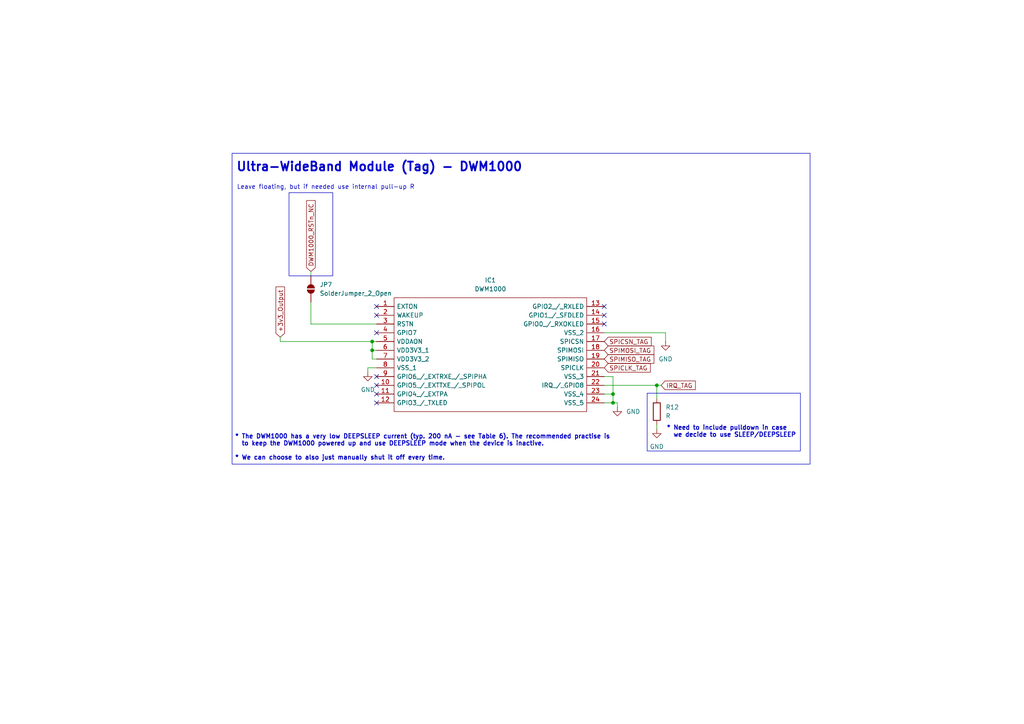
<source format=kicad_sch>
(kicad_sch (version 20231120) (generator "eeschema") (generator_version "8.0")
  (paper "A4")
  (lib_symbols
    (symbol "DWM1000_1" (pin_names (offset 0.762))
      (property "Reference" "IC" (at 62.23 7.62 0))
      (property "Value" "DWM1000" (at 62.23 5.08 0))
      (symbol "DWM1000_1_0_0"
        (pin passive line (at 0 0 0) (length 5.08) (name "EXTON") (number "1"))
        (pin passive line (at 0 -22.86 0) (length 5.08) (name "GPIO5_/_EXTTXE_/_SPIPOL") (number "10"))
        (pin passive line (at 0 -25.4 0) (length 5.08) (name "GPIO4_/_EXTPA") (number "11"))
        (pin passive line (at 0 -27.94 0) (length 5.08) (name "GPIO3_/_TXLED") (number "12"))
        (pin passive line (at 66.04 0 180) (length 5.08) (name "GPIO2_/_RXLED") (number "13"))
        (pin passive line (at 66.04 -2.54 180) (length 5.08) (name "GPIO1_/_SFDLED") (number "14"))
        (pin passive line (at 66.04 -5.08 180) (length 5.08) (name "GPIO0_/_RXOKLED") (number "15"))
        (pin passive line (at 66.04 -7.62 180) (length 5.08) (name "VSS_2") (number "16"))
        (pin passive line (at 66.04 -10.16 180) (length 5.08) (name "SPICSN") (number "17"))
        (pin passive line (at 66.04 -12.7 180) (length 5.08) (name "SPIMOSI") (number "18"))
        (pin passive line (at 66.04 -15.24 180) (length 5.08) (name "SPIMISO") (number "19"))
        (pin passive line (at 0 -2.54 0) (length 5.08) (name "WAKEUP") (number "2"))
        (pin passive line (at 66.04 -17.78 180) (length 5.08) (name "SPICLK") (number "20"))
        (pin passive line (at 66.04 -20.32 180) (length 5.08) (name "VSS_3") (number "21"))
        (pin passive line (at 66.04 -22.86 180) (length 5.08) (name "IRQ_/_GPIO8") (number "22"))
        (pin passive line (at 66.04 -25.4 180) (length 5.08) (name "VSS_4") (number "23"))
        (pin passive line (at 66.04 -27.94 180) (length 5.08) (name "VSS_5") (number "24"))
        (pin passive line (at 0 -5.08 0) (length 5.08) (name "RSTN") (number "3"))
        (pin passive line (at 0 -7.62 0) (length 5.08) (name "GPIO7") (number "4"))
        (pin passive line (at 0 -10.16 0) (length 5.08) (name "VDDAON") (number "5"))
        (pin passive line (at 0 -12.7 0) (length 5.08) (name "VDD3V3_1") (number "6"))
        (pin passive line (at 0 -15.24 0) (length 5.08) (name "VDD3V3_2") (number "7"))
        (pin passive line (at 0 -17.78 0) (length 5.08) (name "VSS_1") (number "8"))
        (pin passive line (at 0 -20.32 0) (length 5.08) (name "GPIO6_/_EXTRXE_/_SPIPHA") (number "9"))
      )
      (symbol "DWM1000_1_0_1"
        (polyline (pts (xy 5.08 2.54) (xy 60.96 2.54) (xy 60.96 -30.48) (xy 5.08 -30.48) (xy 5.08 2.54)) (stroke (width 0.1524)))
      )
    )
    (symbol "Device:R" (pin_numbers hide) (pin_names (offset 0))
      (property "Reference" "R" (at 2.032 0 90))
      (property "Value" "R" (at 0 0 90))
      (symbol "R_0_1"
        (rectangle (start -1.016 -2.54) (end 1.016 2.54) (stroke (width 0.254)))
      )
      (symbol "R_1_1"
        (pin passive line (at 0 3.81 270) (length 1.27) (name "~") (number "1"))
        (pin passive line (at 0 -3.81 90) (length 1.27) (name "~") (number "2"))
      )
    )
    (symbol "Jumper:SolderJumper_2_Open" (pin_numbers hide) (pin_names (offset 0) hide) (exclude_from_sim yes) (in_bom no)
      (property "Reference" "JP" (at 0 2.032 0))
      (property "Value" "SolderJumper_2_Open" (at 0 -2.54 0))
      (symbol "SolderJumper_2_Open_0_1"
        (arc (start -0.254 1.016) (mid -1.2656 0) (end -0.254 -1.016))
        (arc (start -0.254 1.016) (mid -1.2656 0) (end -0.254 -1.016) (fill (type outline)))
        (polyline (pts (xy -0.254 1.016) (xy -0.254 -1.016)))
        (polyline (pts (xy 0.254 1.016) (xy 0.254 -1.016)))
        (arc (start 0.254 -1.016) (mid 1.2656 0) (end 0.254 1.016))
        (arc (start 0.254 -1.016) (mid 1.2656 0) (end 0.254 1.016) (fill (type outline)))
      )
      (symbol "SolderJumper_2_Open_1_1"
        (pin passive line (at -3.81 0 0) (length 2.54) (name "A") (number "1"))
        (pin passive line (at 3.81 0 180) (length 2.54) (name "B") (number "2"))
      )
    )
    (symbol "power:GND" (power) (pin_numbers hide) (pin_names (offset 0) hide)
      (property "Value" "GND" (at 0 -3.81 0))
      (symbol "GND_0_1"
        (polyline (pts (xy 0 0) (xy 0 -1.27) (xy 1.27 -1.27) (xy 0 -2.54) (xy -1.27 -1.27) (xy 0 -1.27)))
      )
      (symbol "GND_1_1"
        (pin power_in line (at 0 0 270) (length 0) (name "~") (number "1"))
      )
    )
  )
  (junction (at 177.8 114.3))
  (junction (at 177.8 116.84))
  (junction (at 107.95 99.06))
  (junction (at 107.95 101.6))
  (junction (at 190.5 111.76))
  (no_connect (at 175.26 91.44))
  (no_connect (at 175.26 88.9))
  (no_connect (at 109.22 91.44))
  (no_connect (at 109.22 109.22))
  (no_connect (at 109.22 96.52))
  (no_connect (at 109.22 114.3))
  (no_connect (at 109.22 111.76))
  (no_connect (at 175.26 93.98))
  (no_connect (at 109.22 116.84))
  (no_connect (at 109.22 88.9))
  (wire (pts (xy 177.8 116.84) (xy 175.26 116.84)))
  (wire (pts (xy 107.95 99.06) (xy 107.95 101.6)))
  (wire (pts (xy 107.95 104.14) (xy 109.22 104.14)))
  (wire (pts (xy 179.07 116.84) (xy 177.8 116.84)))
  (wire (pts (xy 175.26 109.22) (xy 177.8 109.22)))
  (wire (pts (xy 109.22 93.98) (xy 90.17 93.98)))
  (wire (pts (xy 90.17 87.63) (xy 90.17 93.98)))
  (wire (pts (xy 177.8 114.3) (xy 177.8 116.84)))
  (wire (pts (xy 81.28 99.06) (xy 107.95 99.06)))
  (wire (pts (xy 81.28 99.06) (xy 81.28 97.79)))
  (wire (pts (xy 109.22 99.06) (xy 107.95 99.06)))
  (wire (pts (xy 175.26 111.76) (xy 190.5 111.76)))
  (wire (pts (xy 177.8 109.22) (xy 177.8 114.3)))
  (wire (pts (xy 107.95 101.6) (xy 109.22 101.6)))
  (wire (pts (xy 106.68 106.68) (xy 109.22 106.68)))
  (wire (pts (xy 190.5 111.76) (xy 190.5 115.57)))
  (wire (pts (xy 190.5 124.46) (xy 190.5 123.19)))
  (wire (pts (xy 175.26 114.3) (xy 177.8 114.3)))
  (wire (pts (xy 179.07 118.11) (xy 179.07 116.84)))
  (wire (pts (xy 90.17 80.01) (xy 90.17 78.74)))
  (wire (pts (xy 106.68 107.95) (xy 106.68 106.68)))
  (wire (pts (xy 107.95 101.6) (xy 107.95 104.14)))
  (wire (pts (xy 190.5 111.76) (xy 191.77 111.76)))
  (wire (pts (xy 175.26 96.52) (xy 193.04 96.52)))
  (wire (pts (xy 193.04 96.52) (xy 193.04 99.06)))
  (rectangle (start 83.82 55.88) (end 96.52 80.01))
  (rectangle (start 187.706 114.046) (end 232.156 130.81))
  (rectangle (start 67.31 44.45) (end 234.95 134.62))
  (text "* Need to include pulldown in case \n  we decide to use SLEEP/DEEPSLEEP" (at 193.294 125.222 0) (effects (font (size 1.27 1.27) (bold yes)) (justify left)))
  (text "Leave floating, but if needed use internal pull-up R" (at 94.488 54.356 0) (effects (font (size 1.27 1.27))))
  (text "* The DWM1000 has a very low DEEPSLEEP current (typ. 200 nA - see Table 6). The recommended practise is \n  to keep the DWM1000 powered up and use DEEPSLEEP mode when the device is inactive.\n\n* We can choose to also just manually shut it off every time." (at 68.072 129.794 0) (effects (font (size 1.27 1.27) (bold yes)) (justify left)))
  (text "Ultra-WideBand Module (Tag) - DWM1000 " (at 110.998 48.514 0) (effects (font (size 2.54 2.54) (thickness 0.508) (bold yes))))
  (global_label "SPIMISO_TAG" (shape input) (at 175.26 104.14 0) (property "Intersheetrefs" "${INTERSHEET_REFS}" (effects (hide yes))))
  (global_label "SPICLK_TAG" (shape input) (at 175.26 106.68 0) (property "Intersheetrefs" "${INTERSHEET_REFS}" (effects (hide yes))))
  (global_label "+3v3_Output" (shape input) (at 81.28 97.79 90) (property "Intersheetrefs" "${INTERSHEET_REFS}" (effects (hide yes))))
  (global_label "IRQ_TAG" (shape input) (at 191.77 111.76 0) (property "Intersheetrefs" "${INTERSHEET_REFS}" (effects (hide yes))))
  (global_label "SPICSN_TAG" (shape input) (at 175.26 99.06 0) (property "Intersheetrefs" "${INTERSHEET_REFS}" (effects (hide yes))))
  (global_label "DWM1000_RSTn_NC" (shape input) (at 90.17 78.74 90) (property "Intersheetrefs" "${INTERSHEET_REFS}" (effects (hide yes))))
  (global_label "SPIMOSI_TAG" (shape input) (at 175.26 101.6 0) (property "Intersheetrefs" "${INTERSHEET_REFS}" (effects (hide yes))))
  (symbol (lib_id "Device:R") (at 190.5 119.38 0) (mirror y) (unit 1)
    (property "Reference" "R12" (at 193.04 118.1099 0) (effects (justify right)))
    (property "Value" "R" (at 193.04 120.6499 0) (effects (justify right)))
    (property "Description" "Resistor" (effects (hide yes)))
  )
  (symbol (lib_name "DWM1000_1") (lib_id "capstone:DWM1000") (at 109.22 88.9 0) (unit 1)
    (property "Reference" "IC1" (at 142.24 81.28 0))
    (property "Value" "DWM1000" (at 142.24 83.82 0))
    (property "Footprint" "DWM1000" (effects (hide yes)))
    (property "Datasheet" "https://www.qorvo.com/products/d/da007948" (effects (hide yes)))
    (property "Description" "3.5 - 6.5 GHz Ultra-Wideband (UWB) Transceiver Module" (effects (hide yes)))
    (property "Description_1" "3.5 - 6.5 GHz Ultra-Wideband (UWB) Transceiver Module" (effects (hide yes)))
    (property "Height" "3.15" (effects (hide yes)))
    (property "Manufacturer_Name" "Qorvo" (effects (hide yes)))
    (property "Manufacturer_Part_Number" "DWM1000" (effects (hide yes)))
    (property "Mouser Part Number" "772-DWM1000" (effects (hide yes)))
    (property "Mouser Price/Stock" "https://www.mouser.co.uk/ProductDetail/Qorvo/DWM1000?qs=TiOZkKH1s2R6b5D6df63Pg%3D%3D" (effects (hide yes)))
  )
  (symbol (lib_id "Jumper:SolderJumper_2_Open") (at 90.17 83.82 90) (unit 1) (exclude_from_sim yes) (in_bom no)
    (property "Reference" "JP7" (at 92.71 82.5499 90) (effects (justify right)))
    (property "Value" "SolderJumper_2_Open" (at 92.71 85.0899 90) (effects (justify right)))
    (property "Description" "Solder Jumper, 2-pole, open" (effects (hide yes)))
  )
  (symbol (lib_id "power:GND") (at 106.68 107.95 0) (unit 1)
    (property "Reference" "#PWR043" (effects (hide yes)))
    (property "Value" "GND" (at 106.68 113.03 0))
    (property "Description" "Power symbol creates a global label with name \"GND\" , ground" (effects (hide yes)))
  )
  (symbol (lib_id "power:GND") (at 179.07 118.11 0) (mirror y) (unit 1)
    (property "Reference" "#PWR044" (effects (hide yes)))
    (property "Value" "GND" (at 181.61 119.3799 0) (effects (justify right)))
    (property "Description" "Power symbol creates a global label with name \"GND\" , ground" (effects (hide yes)))
  )
  (symbol (lib_id "power:GND") (at 190.5 124.46 0) (mirror y) (unit 1)
    (property "Reference" "#PWR045" (effects (hide yes)))
    (property "Value" "GND" (at 190.5 129.54 0))
    (property "Description" "Power symbol creates a global label with name \"GND\" , ground" (effects (hide yes)))
  )
  (symbol (lib_id "power:GND") (at 193.04 99.06 0) (mirror y) (unit 1)
    (property "Reference" "#PWR086" (effects (hide yes)))
    (property "Value" "GND" (at 193.04 104.14 0))
    (property "Description" "Power symbol creates a global label with name \"GND\" , ground" (effects (hide yes)))
  )
)
</source>
